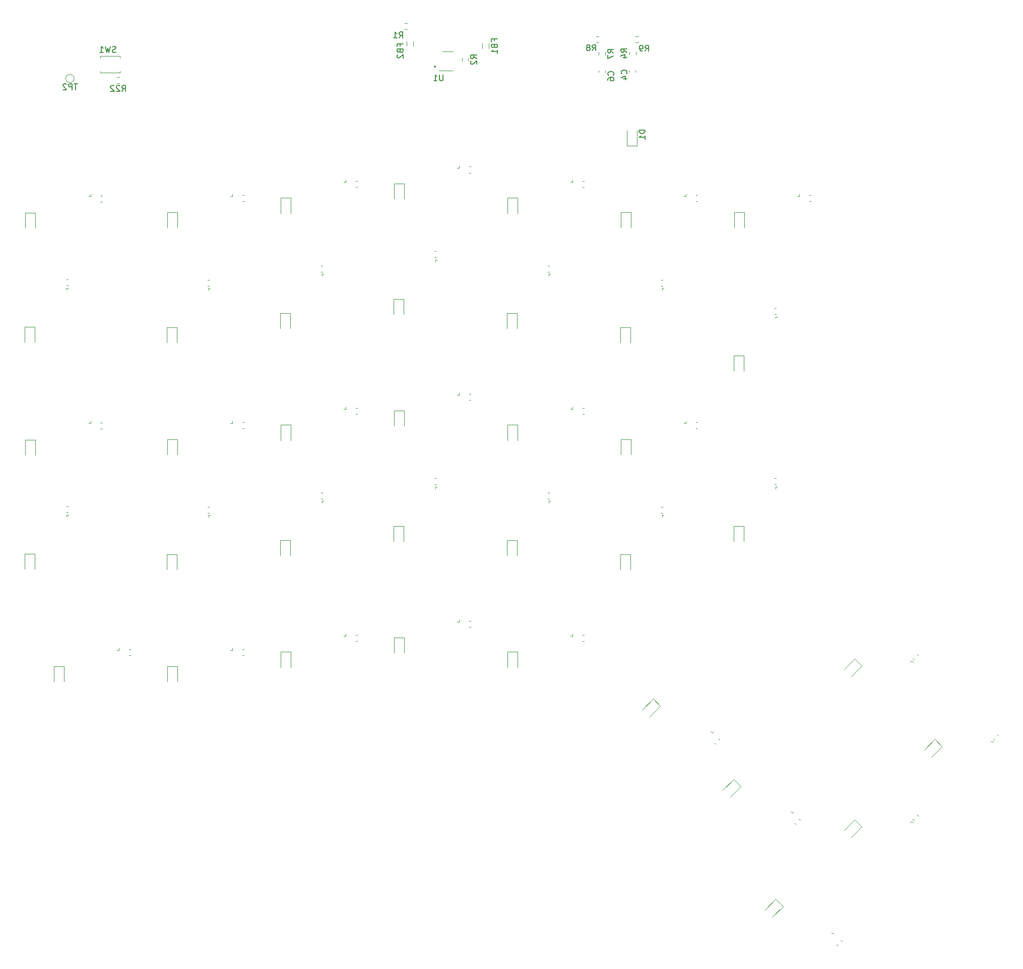
<source format=gbr>
%TF.GenerationSoftware,KiCad,Pcbnew,(5.1.8)-1*%
%TF.CreationDate,2022-07-09T15:07:12+10:00*%
%TF.ProjectId,ergonomic_split_left,6572676f-6e6f-46d6-9963-5f73706c6974,rev?*%
%TF.SameCoordinates,Original*%
%TF.FileFunction,Legend,Bot*%
%TF.FilePolarity,Positive*%
%FSLAX46Y46*%
G04 Gerber Fmt 4.6, Leading zero omitted, Abs format (unit mm)*
G04 Created by KiCad (PCBNEW (5.1.8)-1) date 2022-07-09 15:07:12*
%MOMM*%
%LPD*%
G01*
G04 APERTURE LIST*
%ADD10C,0.200000*%
%ADD11C,0.120000*%
%ADD12C,0.150000*%
G04 APERTURE END LIST*
D10*
X153617600Y-63906400D02*
G75*
G03*
X153617600Y-63906400I-100000J0D01*
G01*
D11*
%TO.C,SW6*%
X102104580Y-161674080D02*
X102385740Y-161674080D01*
X102104580Y-162694080D02*
X102385740Y-162694080D01*
X100421260Y-161846310D02*
X100421260Y-161546310D01*
X100121260Y-161846310D02*
X100421260Y-161846310D01*
X89502880Y-164537260D02*
X89502880Y-167087260D01*
X91202880Y-164537260D02*
X89502880Y-164537260D01*
X91202880Y-164537260D02*
X91202880Y-167087260D01*
%TO.C,D1*%
X185743480Y-77168840D02*
X185743480Y-74618840D01*
X187443480Y-77168840D02*
X187443480Y-74618840D01*
X187443480Y-77168840D02*
X185743480Y-77168840D01*
%TO.C,SW37*%
X210722460Y-134434960D02*
X210722460Y-134734960D01*
X211022460Y-134434960D02*
X210722460Y-134434960D01*
X210593060Y-134047960D02*
X210874220Y-134047960D01*
X210593060Y-133027960D02*
X210874220Y-133027960D01*
X205436840Y-140996540D02*
X205436840Y-143546540D01*
X203736840Y-140996540D02*
X203736840Y-143546540D01*
X205436840Y-140996540D02*
X203736840Y-140996540D01*
%TO.C,SW36*%
X210722460Y-105859960D02*
X210722460Y-106159960D01*
X211022460Y-105859960D02*
X210722460Y-105859960D01*
X210593060Y-105472960D02*
X210874220Y-105472960D01*
X210593060Y-104452960D02*
X210874220Y-104452960D01*
X205436840Y-112421540D02*
X205436840Y-114971540D01*
X203736840Y-112421540D02*
X203736840Y-114971540D01*
X205436840Y-112421540D02*
X203736840Y-112421540D01*
%TO.C,SW24*%
X200050465Y-175706903D02*
X200262597Y-175494771D01*
X199838333Y-175494771D02*
X200050465Y-175706903D01*
X200474256Y-177419423D02*
X200673066Y-177618234D01*
X201195504Y-176698175D02*
X201394315Y-176896985D01*
X191410179Y-171231405D02*
X189607057Y-173034527D01*
X190208097Y-170029323D02*
X188404975Y-171832445D01*
X191410179Y-171231405D02*
X190208097Y-170029323D01*
%TO.C,SW18*%
X213544215Y-189200653D02*
X213756347Y-188988521D01*
X213332083Y-188988521D02*
X213544215Y-189200653D01*
X213968006Y-190913173D02*
X214166816Y-191111984D01*
X214689254Y-190191925D02*
X214888065Y-190390735D01*
X204903929Y-184725155D02*
X203100807Y-186528277D01*
X203701847Y-183523073D02*
X201898725Y-185326195D01*
X204903929Y-184725155D02*
X203701847Y-183523073D01*
%TO.C,SW5*%
X86308300Y-145665060D02*
X84608300Y-145665060D01*
X84608300Y-145665060D02*
X84608300Y-148215060D01*
X86308300Y-145665060D02*
X86308300Y-148215060D01*
X91606760Y-137709180D02*
X91887920Y-137709180D01*
X91606760Y-138729180D02*
X91887920Y-138729180D01*
X91659960Y-139197460D02*
X91659960Y-139497460D01*
X91959960Y-139197460D02*
X91659960Y-139197460D01*
%TO.C,SW4*%
X86359100Y-126538860D02*
X84659100Y-126538860D01*
X84659100Y-126538860D02*
X84659100Y-129088860D01*
X86359100Y-126538860D02*
X86359100Y-129088860D01*
X97321760Y-123713780D02*
X97602920Y-123713780D01*
X97321760Y-124733780D02*
X97602920Y-124733780D01*
X95358760Y-123746310D02*
X95658760Y-123746310D01*
X95658760Y-123746310D02*
X95658760Y-123446310D01*
%TO.C,SW3*%
X86308300Y-107565060D02*
X84608300Y-107565060D01*
X84608300Y-107565060D02*
X84608300Y-110115060D01*
X86308300Y-107565060D02*
X86308300Y-110115060D01*
X91606760Y-99609180D02*
X91887920Y-99609180D01*
X91606760Y-100629180D02*
X91887920Y-100629180D01*
X91659960Y-101097460D02*
X91659960Y-101397460D01*
X91959960Y-101097460D02*
X91659960Y-101097460D01*
%TO.C,SW2*%
X86359100Y-88438860D02*
X84659100Y-88438860D01*
X84659100Y-88438860D02*
X84659100Y-90988860D01*
X86359100Y-88438860D02*
X86359100Y-90988860D01*
X97321760Y-85613780D02*
X97602920Y-85613780D01*
X97321760Y-86633780D02*
X97602920Y-86633780D01*
X95358760Y-85646310D02*
X95658760Y-85646310D01*
X95658760Y-85646310D02*
X95658760Y-85346310D01*
%TO.C,SW39*%
X216404580Y-85474080D02*
X216685740Y-85474080D01*
X216404580Y-86494080D02*
X216685740Y-86494080D01*
X214721260Y-85646310D02*
X214721260Y-85346310D01*
X214421260Y-85646310D02*
X214721260Y-85646310D01*
X203802880Y-88337260D02*
X203802880Y-90887260D01*
X205502880Y-88337260D02*
X203802880Y-88337260D01*
X205502880Y-88337260D02*
X205502880Y-90887260D01*
%TO.C,SW38*%
X238733482Y-177997003D02*
X237531401Y-176794921D01*
X237531401Y-176794921D02*
X235728279Y-178598044D01*
X238733482Y-177997003D02*
X236930360Y-179800125D01*
X248014118Y-176008364D02*
X248212928Y-176207174D01*
X247292869Y-176729613D02*
X247491679Y-176928423D01*
X247322850Y-177306895D02*
X247110718Y-177094763D01*
X247110718Y-177094763D02*
X246898586Y-177306895D01*
%TO.C,SW35*%
X225239732Y-164503253D02*
X224037651Y-163301171D01*
X224037651Y-163301171D02*
X222234529Y-165104294D01*
X225239732Y-164503253D02*
X223436610Y-166306375D01*
X234520368Y-162514614D02*
X234719178Y-162713424D01*
X233799119Y-163235863D02*
X233997929Y-163434673D01*
X233829100Y-163813145D02*
X233616968Y-163601013D01*
X233616968Y-163601013D02*
X233404836Y-163813145D01*
%TO.C,SW34*%
X186386840Y-145759040D02*
X184686840Y-145759040D01*
X184686840Y-145759040D02*
X184686840Y-148309040D01*
X186386840Y-145759040D02*
X186386840Y-148309040D01*
X191543060Y-137790460D02*
X191824220Y-137790460D01*
X191543060Y-138810460D02*
X191824220Y-138810460D01*
X191972460Y-139197460D02*
X191672460Y-139197460D01*
X191672460Y-139197460D02*
X191672460Y-139497460D01*
%TO.C,SW33*%
X197354580Y-123574080D02*
X197635740Y-123574080D01*
X197354580Y-124594080D02*
X197635740Y-124594080D01*
X195671260Y-123746310D02*
X195671260Y-123446310D01*
X195371260Y-123746310D02*
X195671260Y-123746310D01*
X184752880Y-126437260D02*
X184752880Y-128987260D01*
X186452880Y-126437260D02*
X184752880Y-126437260D01*
X186452880Y-126437260D02*
X186452880Y-128987260D01*
%TO.C,SW32*%
X186386840Y-107659040D02*
X184686840Y-107659040D01*
X184686840Y-107659040D02*
X184686840Y-110209040D01*
X186386840Y-107659040D02*
X186386840Y-110209040D01*
X191543060Y-99690460D02*
X191824220Y-99690460D01*
X191543060Y-100710460D02*
X191824220Y-100710460D01*
X191972460Y-101097460D02*
X191672460Y-101097460D01*
X191672460Y-101097460D02*
X191672460Y-101397460D01*
%TO.C,SW31*%
X197350840Y-85470390D02*
X197632000Y-85470390D01*
X197350840Y-86490390D02*
X197632000Y-86490390D01*
X195667520Y-85642620D02*
X195667520Y-85342620D01*
X195367520Y-85642620D02*
X195667520Y-85642620D01*
X184749140Y-88333570D02*
X184749140Y-90883570D01*
X186449140Y-88333570D02*
X184749140Y-88333570D01*
X186449140Y-88333570D02*
X186449140Y-90883570D01*
%TO.C,SW30*%
X225239697Y-191485499D02*
X224037616Y-190283417D01*
X224037616Y-190283417D02*
X222234494Y-192086540D01*
X225239697Y-191485499D02*
X223436575Y-193288621D01*
X234520333Y-189496860D02*
X234719143Y-189695670D01*
X233799084Y-190218109D02*
X233997894Y-190416919D01*
X233829065Y-190795391D02*
X233616933Y-190583259D01*
X233616933Y-190583259D02*
X233404801Y-190795391D01*
%TO.C,SW29*%
X178304580Y-159292830D02*
X178585740Y-159292830D01*
X178304580Y-160312830D02*
X178585740Y-160312830D01*
X176621260Y-159465060D02*
X176621260Y-159165060D01*
X176321260Y-159465060D02*
X176621260Y-159465060D01*
X165702880Y-162156010D02*
X165702880Y-164706010D01*
X167402880Y-162156010D02*
X165702880Y-162156010D01*
X167402880Y-162156010D02*
X167402880Y-164706010D01*
%TO.C,SW28*%
X167336840Y-143377790D02*
X165636840Y-143377790D01*
X165636840Y-143377790D02*
X165636840Y-145927790D01*
X167336840Y-143377790D02*
X167336840Y-145927790D01*
X172493060Y-135409210D02*
X172774220Y-135409210D01*
X172493060Y-136429210D02*
X172774220Y-136429210D01*
X172922460Y-136816210D02*
X172622460Y-136816210D01*
X172622460Y-136816210D02*
X172622460Y-137116210D01*
%TO.C,SW27*%
X178304580Y-121192830D02*
X178585740Y-121192830D01*
X178304580Y-122212830D02*
X178585740Y-122212830D01*
X176621260Y-121365060D02*
X176621260Y-121065060D01*
X176321260Y-121365060D02*
X176621260Y-121365060D01*
X165702880Y-124056010D02*
X165702880Y-126606010D01*
X167402880Y-124056010D02*
X165702880Y-124056010D01*
X167402880Y-124056010D02*
X167402880Y-126606010D01*
%TO.C,SW26*%
X167336840Y-105277790D02*
X165636840Y-105277790D01*
X165636840Y-105277790D02*
X165636840Y-107827790D01*
X167336840Y-105277790D02*
X167336840Y-107827790D01*
X172493060Y-97309210D02*
X172774220Y-97309210D01*
X172493060Y-98329210D02*
X172774220Y-98329210D01*
X172922460Y-98716210D02*
X172622460Y-98716210D01*
X172622460Y-98716210D02*
X172622460Y-99016210D01*
%TO.C,SW25*%
X178304580Y-83092830D02*
X178585740Y-83092830D01*
X178304580Y-84112830D02*
X178585740Y-84112830D01*
X176621260Y-83265060D02*
X176621260Y-82965060D01*
X176321260Y-83265060D02*
X176621260Y-83265060D01*
X165702880Y-85956010D02*
X165702880Y-88506010D01*
X167402880Y-85956010D02*
X165702880Y-85956010D01*
X167402880Y-85956010D02*
X167402880Y-88506010D01*
%TO.C,SW23*%
X159250840Y-156911580D02*
X159532000Y-156911580D01*
X159250840Y-157931580D02*
X159532000Y-157931580D01*
X157567520Y-157083810D02*
X157567520Y-156783810D01*
X157267520Y-157083810D02*
X157567520Y-157083810D01*
X146649140Y-159774760D02*
X146649140Y-162324760D01*
X148349140Y-159774760D02*
X146649140Y-159774760D01*
X148349140Y-159774760D02*
X148349140Y-162324760D01*
%TO.C,SW22*%
X148286840Y-140996540D02*
X146586840Y-140996540D01*
X146586840Y-140996540D02*
X146586840Y-143546540D01*
X148286840Y-140996540D02*
X148286840Y-143546540D01*
X153443060Y-133027960D02*
X153724220Y-133027960D01*
X153443060Y-134047960D02*
X153724220Y-134047960D01*
X153872460Y-134434960D02*
X153572460Y-134434960D01*
X153572460Y-134434960D02*
X153572460Y-134734960D01*
%TO.C,SW21*%
X159254580Y-118811580D02*
X159535740Y-118811580D01*
X159254580Y-119831580D02*
X159535740Y-119831580D01*
X157571260Y-118983810D02*
X157571260Y-118683810D01*
X157271260Y-118983810D02*
X157571260Y-118983810D01*
X146652880Y-121674760D02*
X146652880Y-124224760D01*
X148352880Y-121674760D02*
X146652880Y-121674760D01*
X148352880Y-121674760D02*
X148352880Y-124224760D01*
%TO.C,SW20*%
X148286840Y-102896540D02*
X146586840Y-102896540D01*
X146586840Y-102896540D02*
X146586840Y-105446540D01*
X148286840Y-102896540D02*
X148286840Y-105446540D01*
X153443060Y-94927960D02*
X153724220Y-94927960D01*
X153443060Y-95947960D02*
X153724220Y-95947960D01*
X153872460Y-96334960D02*
X153572460Y-96334960D01*
X153572460Y-96334960D02*
X153572460Y-96634960D01*
%TO.C,SW19*%
X159254580Y-80707890D02*
X159535740Y-80707890D01*
X159254580Y-81727890D02*
X159535740Y-81727890D01*
X157571260Y-80880120D02*
X157571260Y-80580120D01*
X157271260Y-80880120D02*
X157571260Y-80880120D01*
X146652880Y-83571070D02*
X146652880Y-86121070D01*
X148352880Y-83571070D02*
X146652880Y-83571070D01*
X148352880Y-83571070D02*
X148352880Y-86121070D01*
%TO.C,SW17*%
X140204580Y-159292830D02*
X140485740Y-159292830D01*
X140204580Y-160312830D02*
X140485740Y-160312830D01*
X138521260Y-159465060D02*
X138521260Y-159165060D01*
X138221260Y-159465060D02*
X138521260Y-159465060D01*
X127602880Y-162156010D02*
X127602880Y-164706010D01*
X129302880Y-162156010D02*
X127602880Y-162156010D01*
X129302880Y-162156010D02*
X129302880Y-164706010D01*
%TO.C,SW16*%
X129236840Y-143377790D02*
X127536840Y-143377790D01*
X127536840Y-143377790D02*
X127536840Y-145927790D01*
X129236840Y-143377790D02*
X129236840Y-145927790D01*
X134393060Y-135409210D02*
X134674220Y-135409210D01*
X134393060Y-136429210D02*
X134674220Y-136429210D01*
X134822460Y-136816210D02*
X134522460Y-136816210D01*
X134522460Y-136816210D02*
X134522460Y-137116210D01*
%TO.C,SW15*%
X140204580Y-121192830D02*
X140485740Y-121192830D01*
X140204580Y-122212830D02*
X140485740Y-122212830D01*
X138521260Y-121365060D02*
X138521260Y-121065060D01*
X138221260Y-121365060D02*
X138521260Y-121365060D01*
X127602880Y-124056010D02*
X127602880Y-126606010D01*
X129302880Y-124056010D02*
X127602880Y-124056010D01*
X129302880Y-124056010D02*
X129302880Y-126606010D01*
%TO.C,SW14*%
X129233100Y-105274100D02*
X127533100Y-105274100D01*
X127533100Y-105274100D02*
X127533100Y-107824100D01*
X129233100Y-105274100D02*
X129233100Y-107824100D01*
X134389320Y-97305520D02*
X134670480Y-97305520D01*
X134389320Y-98325520D02*
X134670480Y-98325520D01*
X134818720Y-98712520D02*
X134518720Y-98712520D01*
X134518720Y-98712520D02*
X134518720Y-99012520D01*
%TO.C,SW13*%
X140204580Y-83092830D02*
X140485740Y-83092830D01*
X140204580Y-84112830D02*
X140485740Y-84112830D01*
X138521260Y-83265060D02*
X138521260Y-82965060D01*
X138221260Y-83265060D02*
X138521260Y-83265060D01*
X127602880Y-85956010D02*
X127602880Y-88506010D01*
X129302880Y-85956010D02*
X127602880Y-85956010D01*
X129302880Y-85956010D02*
X129302880Y-88506010D01*
%TO.C,SW12*%
X221718062Y-210517861D02*
X221916872Y-210716671D01*
X220996813Y-211239110D02*
X221195623Y-211437920D01*
X220405990Y-209449359D02*
X220618122Y-209237227D01*
X220193858Y-209237227D02*
X220405990Y-209449359D01*
X210782741Y-203631687D02*
X208979618Y-205434809D01*
X211984822Y-204833769D02*
X210782741Y-203631687D01*
X211984822Y-204833769D02*
X210181700Y-206636891D01*
%TO.C,SW11*%
X121154580Y-161674080D02*
X121435740Y-161674080D01*
X121154580Y-162694080D02*
X121435740Y-162694080D01*
X119471260Y-161846310D02*
X119471260Y-161546310D01*
X119171260Y-161846310D02*
X119471260Y-161846310D01*
X108552880Y-164537260D02*
X108552880Y-167087260D01*
X110252880Y-164537260D02*
X108552880Y-164537260D01*
X110252880Y-164537260D02*
X110252880Y-167087260D01*
%TO.C,SW10*%
X110186840Y-145759040D02*
X108486840Y-145759040D01*
X108486840Y-145759040D02*
X108486840Y-148309040D01*
X110186840Y-145759040D02*
X110186840Y-148309040D01*
X115343060Y-137790460D02*
X115624220Y-137790460D01*
X115343060Y-138810460D02*
X115624220Y-138810460D01*
X115772460Y-139197460D02*
X115472460Y-139197460D01*
X115472460Y-139197460D02*
X115472460Y-139497460D01*
%TO.C,SW9*%
X121154580Y-123574080D02*
X121435740Y-123574080D01*
X121154580Y-124594080D02*
X121435740Y-124594080D01*
X119471260Y-123746310D02*
X119471260Y-123446310D01*
X119171260Y-123746310D02*
X119471260Y-123746310D01*
X108552880Y-126437260D02*
X108552880Y-128987260D01*
X110252880Y-126437260D02*
X108552880Y-126437260D01*
X110252880Y-126437260D02*
X110252880Y-128987260D01*
%TO.C,SW8*%
X110186840Y-107659040D02*
X108486840Y-107659040D01*
X108486840Y-107659040D02*
X108486840Y-110209040D01*
X110186840Y-107659040D02*
X110186840Y-110209040D01*
X115343060Y-99690460D02*
X115624220Y-99690460D01*
X115343060Y-100710460D02*
X115624220Y-100710460D01*
X115772460Y-101097460D02*
X115472460Y-101097460D01*
X115472460Y-101097460D02*
X115472460Y-101397460D01*
%TO.C,SW7*%
X121154580Y-85474080D02*
X121435740Y-85474080D01*
X121154580Y-86494080D02*
X121435740Y-86494080D01*
X119471260Y-85646310D02*
X119471260Y-85346310D01*
X119171260Y-85646310D02*
X119471260Y-85646310D01*
X108552880Y-88337260D02*
X108552880Y-90887260D01*
X110252880Y-88337260D02*
X108552880Y-88337260D01*
X110252880Y-88337260D02*
X110252880Y-90887260D01*
%TO.C,R9*%
X187242182Y-58814440D02*
X187716698Y-58814440D01*
X187242182Y-59859440D02*
X187716698Y-59859440D01*
%TO.C,R8*%
X181057818Y-59872140D02*
X180583302Y-59872140D01*
X181057818Y-58827140D02*
X180583302Y-58827140D01*
%TO.C,R7*%
X182111441Y-61439522D02*
X182111441Y-61914038D01*
X181066441Y-61439522D02*
X181066441Y-61914038D01*
%TO.C,R4*%
X187263300Y-61423282D02*
X187263300Y-61897798D01*
X186218300Y-61423282D02*
X186218300Y-61897798D01*
%TO.C,C6*%
X182098941Y-64573840D02*
X182098941Y-64855000D01*
X181078941Y-64573840D02*
X181078941Y-64855000D01*
%TO.C,C4*%
X187258420Y-64589080D02*
X187258420Y-64870240D01*
X186238420Y-64589080D02*
X186238420Y-64870240D01*
%TO.C,FB1*%
X161451360Y-60849862D02*
X161451360Y-60050618D01*
X162571360Y-60849862D02*
X162571360Y-60050618D01*
%TO.C,FB2*%
X149909460Y-60463002D02*
X149909460Y-59663758D01*
X148789460Y-60463002D02*
X148789460Y-59663758D01*
%TO.C,R1*%
X148403542Y-57662340D02*
X148878058Y-57662340D01*
X148403542Y-56617340D02*
X148878058Y-56617340D01*
%TO.C,R2*%
X158105580Y-62967138D02*
X158105580Y-62492622D01*
X159150580Y-62967138D02*
X159150580Y-62492622D01*
%TO.C,R22*%
X100055142Y-66697120D02*
X100529658Y-66697120D01*
X100055142Y-65652120D02*
X100529658Y-65652120D01*
%TO.C,SW1*%
X100623640Y-64630480D02*
X100623640Y-64930480D01*
X97323640Y-64930480D02*
X97323640Y-64630480D01*
X100623640Y-64930480D02*
X97323640Y-64930480D01*
X100623640Y-62130480D02*
X97323640Y-62130480D01*
X100623640Y-62430480D02*
X100623640Y-62130480D01*
X97323640Y-62130480D02*
X97323640Y-62430480D01*
%TO.C,TP2*%
X92904540Y-65885060D02*
G75*
G03*
X92904540Y-65885060I-700000J0D01*
G01*
%TO.C,U1*%
X156606900Y-64548700D02*
X154156900Y-64548700D01*
X154806900Y-61328700D02*
X156606900Y-61328700D01*
%TO.C,D1*%
D12*
X188818780Y-74552284D02*
X187818780Y-74552284D01*
X187818780Y-74790380D01*
X187866400Y-74933237D01*
X187961638Y-75028475D01*
X188056876Y-75076094D01*
X188247352Y-75123713D01*
X188390209Y-75123713D01*
X188580685Y-75076094D01*
X188675923Y-75028475D01*
X188771161Y-74933237D01*
X188818780Y-74790380D01*
X188818780Y-74552284D01*
X188818780Y-76076094D02*
X188818780Y-75504665D01*
X188818780Y-75790380D02*
X187818780Y-75790380D01*
X187961638Y-75695141D01*
X188056876Y-75599903D01*
X188104495Y-75504665D01*
%TO.C,R9*%
X188863266Y-61310780D02*
X189196600Y-60834590D01*
X189434695Y-61310780D02*
X189434695Y-60310780D01*
X189053742Y-60310780D01*
X188958504Y-60358400D01*
X188910885Y-60406019D01*
X188863266Y-60501257D01*
X188863266Y-60644114D01*
X188910885Y-60739352D01*
X188958504Y-60786971D01*
X189053742Y-60834590D01*
X189434695Y-60834590D01*
X188387076Y-61310780D02*
X188196600Y-61310780D01*
X188101361Y-61263161D01*
X188053742Y-61215542D01*
X187958504Y-61072685D01*
X187910885Y-60882209D01*
X187910885Y-60501257D01*
X187958504Y-60406019D01*
X188006123Y-60358400D01*
X188101361Y-60310780D01*
X188291838Y-60310780D01*
X188387076Y-60358400D01*
X188434695Y-60406019D01*
X188482314Y-60501257D01*
X188482314Y-60739352D01*
X188434695Y-60834590D01*
X188387076Y-60882209D01*
X188291838Y-60929828D01*
X188101361Y-60929828D01*
X188006123Y-60882209D01*
X187958504Y-60834590D01*
X187910885Y-60739352D01*
%TO.C,R8*%
X179973266Y-61234580D02*
X180306600Y-60758390D01*
X180544695Y-61234580D02*
X180544695Y-60234580D01*
X180163742Y-60234580D01*
X180068504Y-60282200D01*
X180020885Y-60329819D01*
X179973266Y-60425057D01*
X179973266Y-60567914D01*
X180020885Y-60663152D01*
X180068504Y-60710771D01*
X180163742Y-60758390D01*
X180544695Y-60758390D01*
X179401838Y-60663152D02*
X179497076Y-60615533D01*
X179544695Y-60567914D01*
X179592314Y-60472676D01*
X179592314Y-60425057D01*
X179544695Y-60329819D01*
X179497076Y-60282200D01*
X179401838Y-60234580D01*
X179211361Y-60234580D01*
X179116123Y-60282200D01*
X179068504Y-60329819D01*
X179020885Y-60425057D01*
X179020885Y-60472676D01*
X179068504Y-60567914D01*
X179116123Y-60615533D01*
X179211361Y-60663152D01*
X179401838Y-60663152D01*
X179497076Y-60710771D01*
X179544695Y-60758390D01*
X179592314Y-60853628D01*
X179592314Y-61044104D01*
X179544695Y-61139342D01*
X179497076Y-61186961D01*
X179401838Y-61234580D01*
X179211361Y-61234580D01*
X179116123Y-61186961D01*
X179068504Y-61139342D01*
X179020885Y-61044104D01*
X179020885Y-60853628D01*
X179068504Y-60758390D01*
X179116123Y-60710771D01*
X179211361Y-60663152D01*
%TO.C,R7*%
X183535580Y-61580733D02*
X183059390Y-61247400D01*
X183535580Y-61009304D02*
X182535580Y-61009304D01*
X182535580Y-61390257D01*
X182583200Y-61485495D01*
X182630819Y-61533114D01*
X182726057Y-61580733D01*
X182868914Y-61580733D01*
X182964152Y-61533114D01*
X183011771Y-61485495D01*
X183059390Y-61390257D01*
X183059390Y-61009304D01*
X182535580Y-61914066D02*
X182535580Y-62580733D01*
X183535580Y-62152161D01*
%TO.C,R4*%
X185763180Y-61493873D02*
X185286990Y-61160540D01*
X185763180Y-60922444D02*
X184763180Y-60922444D01*
X184763180Y-61303397D01*
X184810800Y-61398635D01*
X184858419Y-61446254D01*
X184953657Y-61493873D01*
X185096514Y-61493873D01*
X185191752Y-61446254D01*
X185239371Y-61398635D01*
X185286990Y-61303397D01*
X185286990Y-60922444D01*
X185096514Y-62351016D02*
X185763180Y-62351016D01*
X184715561Y-62112920D02*
X185429847Y-61874825D01*
X185429847Y-62493873D01*
%TO.C,C6*%
X183491142Y-65339933D02*
X183538761Y-65292314D01*
X183586380Y-65149457D01*
X183586380Y-65054219D01*
X183538761Y-64911361D01*
X183443523Y-64816123D01*
X183348285Y-64768504D01*
X183157809Y-64720885D01*
X183014952Y-64720885D01*
X182824476Y-64768504D01*
X182729238Y-64816123D01*
X182634000Y-64911361D01*
X182586380Y-65054219D01*
X182586380Y-65149457D01*
X182634000Y-65292314D01*
X182681619Y-65339933D01*
X182586380Y-66197076D02*
X182586380Y-66006600D01*
X182634000Y-65911361D01*
X182681619Y-65863742D01*
X182824476Y-65768504D01*
X183014952Y-65720885D01*
X183395904Y-65720885D01*
X183491142Y-65768504D01*
X183538761Y-65816123D01*
X183586380Y-65911361D01*
X183586380Y-66101838D01*
X183538761Y-66197076D01*
X183491142Y-66244695D01*
X183395904Y-66292314D01*
X183157809Y-66292314D01*
X183062571Y-66244695D01*
X183014952Y-66197076D01*
X182967333Y-66101838D01*
X182967333Y-65911361D01*
X183014952Y-65816123D01*
X183062571Y-65768504D01*
X183157809Y-65720885D01*
%TO.C,C4*%
X185726342Y-65111333D02*
X185773961Y-65063714D01*
X185821580Y-64920857D01*
X185821580Y-64825619D01*
X185773961Y-64682761D01*
X185678723Y-64587523D01*
X185583485Y-64539904D01*
X185393009Y-64492285D01*
X185250152Y-64492285D01*
X185059676Y-64539904D01*
X184964438Y-64587523D01*
X184869200Y-64682761D01*
X184821580Y-64825619D01*
X184821580Y-64920857D01*
X184869200Y-65063714D01*
X184916819Y-65111333D01*
X185154914Y-65968476D02*
X185821580Y-65968476D01*
X184773961Y-65730380D02*
X185488247Y-65492285D01*
X185488247Y-66111333D01*
%TO.C,FB1*%
X163489931Y-59616906D02*
X163489931Y-59283573D01*
X164013740Y-59283573D02*
X163013740Y-59283573D01*
X163013740Y-59759763D01*
X163489931Y-60474049D02*
X163537550Y-60616906D01*
X163585169Y-60664525D01*
X163680407Y-60712144D01*
X163823264Y-60712144D01*
X163918502Y-60664525D01*
X163966121Y-60616906D01*
X164013740Y-60521668D01*
X164013740Y-60140716D01*
X163013740Y-60140716D01*
X163013740Y-60474049D01*
X163061360Y-60569287D01*
X163108979Y-60616906D01*
X163204217Y-60664525D01*
X163299455Y-60664525D01*
X163394693Y-60616906D01*
X163442312Y-60569287D01*
X163489931Y-60474049D01*
X163489931Y-60140716D01*
X164013740Y-61664525D02*
X164013740Y-61093097D01*
X164013740Y-61378811D02*
X163013740Y-61378811D01*
X163156598Y-61283573D01*
X163251836Y-61188335D01*
X163299455Y-61093097D01*
%TO.C,FB2*%
X147654971Y-60406066D02*
X147654971Y-60072733D01*
X148178780Y-60072733D02*
X147178780Y-60072733D01*
X147178780Y-60548923D01*
X147654971Y-61263209D02*
X147702590Y-61406066D01*
X147750209Y-61453685D01*
X147845447Y-61501304D01*
X147988304Y-61501304D01*
X148083542Y-61453685D01*
X148131161Y-61406066D01*
X148178780Y-61310828D01*
X148178780Y-60929876D01*
X147178780Y-60929876D01*
X147178780Y-61263209D01*
X147226400Y-61358447D01*
X147274019Y-61406066D01*
X147369257Y-61453685D01*
X147464495Y-61453685D01*
X147559733Y-61406066D01*
X147607352Y-61358447D01*
X147654971Y-61263209D01*
X147654971Y-60929876D01*
X147274019Y-61882257D02*
X147226400Y-61929876D01*
X147178780Y-62025114D01*
X147178780Y-62263209D01*
X147226400Y-62358447D01*
X147274019Y-62406066D01*
X147369257Y-62453685D01*
X147464495Y-62453685D01*
X147607352Y-62406066D01*
X148178780Y-61834638D01*
X148178780Y-62453685D01*
%TO.C,R1*%
X147512066Y-59100980D02*
X147845400Y-58624790D01*
X148083495Y-59100980D02*
X148083495Y-58100980D01*
X147702542Y-58100980D01*
X147607304Y-58148600D01*
X147559685Y-58196219D01*
X147512066Y-58291457D01*
X147512066Y-58434314D01*
X147559685Y-58529552D01*
X147607304Y-58577171D01*
X147702542Y-58624790D01*
X148083495Y-58624790D01*
X146559685Y-59100980D02*
X147131114Y-59100980D01*
X146845400Y-59100980D02*
X146845400Y-58100980D01*
X146940638Y-58243838D01*
X147035876Y-58339076D01*
X147131114Y-58386695D01*
%TO.C,R2*%
X160510460Y-62563213D02*
X160034270Y-62229880D01*
X160510460Y-61991784D02*
X159510460Y-61991784D01*
X159510460Y-62372737D01*
X159558080Y-62467975D01*
X159605699Y-62515594D01*
X159700937Y-62563213D01*
X159843794Y-62563213D01*
X159939032Y-62515594D01*
X159986651Y-62467975D01*
X160034270Y-62372737D01*
X160034270Y-61991784D01*
X159605699Y-62944165D02*
X159558080Y-62991784D01*
X159510460Y-63087022D01*
X159510460Y-63325118D01*
X159558080Y-63420356D01*
X159605699Y-63467975D01*
X159700937Y-63515594D01*
X159796175Y-63515594D01*
X159939032Y-63467975D01*
X160510460Y-62896546D01*
X160510460Y-63515594D01*
%TO.C,R22*%
X100935257Y-68057000D02*
X101268590Y-67580810D01*
X101506685Y-68057000D02*
X101506685Y-67057000D01*
X101125733Y-67057000D01*
X101030495Y-67104620D01*
X100982876Y-67152239D01*
X100935257Y-67247477D01*
X100935257Y-67390334D01*
X100982876Y-67485572D01*
X101030495Y-67533191D01*
X101125733Y-67580810D01*
X101506685Y-67580810D01*
X100554304Y-67152239D02*
X100506685Y-67104620D01*
X100411447Y-67057000D01*
X100173352Y-67057000D01*
X100078114Y-67104620D01*
X100030495Y-67152239D01*
X99982876Y-67247477D01*
X99982876Y-67342715D01*
X100030495Y-67485572D01*
X100601923Y-68057000D01*
X99982876Y-68057000D01*
X99601923Y-67152239D02*
X99554304Y-67104620D01*
X99459066Y-67057000D01*
X99220971Y-67057000D01*
X99125733Y-67104620D01*
X99078114Y-67152239D01*
X99030495Y-67247477D01*
X99030495Y-67342715D01*
X99078114Y-67485572D01*
X99649542Y-68057000D01*
X99030495Y-68057000D01*
%TO.C,SW1*%
X99895493Y-61466361D02*
X99752636Y-61513980D01*
X99514540Y-61513980D01*
X99419302Y-61466361D01*
X99371683Y-61418742D01*
X99324064Y-61323504D01*
X99324064Y-61228266D01*
X99371683Y-61133028D01*
X99419302Y-61085409D01*
X99514540Y-61037790D01*
X99705017Y-60990171D01*
X99800255Y-60942552D01*
X99847874Y-60894933D01*
X99895493Y-60799695D01*
X99895493Y-60704457D01*
X99847874Y-60609219D01*
X99800255Y-60561600D01*
X99705017Y-60513980D01*
X99466921Y-60513980D01*
X99324064Y-60561600D01*
X98990731Y-60513980D02*
X98752636Y-61513980D01*
X98562160Y-60799695D01*
X98371683Y-61513980D01*
X98133588Y-60513980D01*
X97228826Y-61513980D02*
X97800255Y-61513980D01*
X97514540Y-61513980D02*
X97514540Y-60513980D01*
X97609779Y-60656838D01*
X97705017Y-60752076D01*
X97800255Y-60799695D01*
%TO.C,TP2*%
X93466444Y-66785440D02*
X92895016Y-66785440D01*
X93180730Y-67785440D02*
X93180730Y-66785440D01*
X92561682Y-67785440D02*
X92561682Y-66785440D01*
X92180730Y-66785440D01*
X92085492Y-66833060D01*
X92037873Y-66880679D01*
X91990254Y-66975917D01*
X91990254Y-67118774D01*
X92037873Y-67214012D01*
X92085492Y-67261631D01*
X92180730Y-67309250D01*
X92561682Y-67309250D01*
X91609301Y-66880679D02*
X91561682Y-66833060D01*
X91466444Y-66785440D01*
X91228349Y-66785440D01*
X91133111Y-66833060D01*
X91085492Y-66880679D01*
X91037873Y-66975917D01*
X91037873Y-67071155D01*
X91085492Y-67214012D01*
X91656920Y-67785440D01*
X91037873Y-67785440D01*
%TO.C,U1*%
X154889104Y-65263780D02*
X154889104Y-66073304D01*
X154841485Y-66168542D01*
X154793866Y-66216161D01*
X154698628Y-66263780D01*
X154508152Y-66263780D01*
X154412914Y-66216161D01*
X154365295Y-66168542D01*
X154317676Y-66073304D01*
X154317676Y-65263780D01*
X153317676Y-66263780D02*
X153889104Y-66263780D01*
X153603390Y-66263780D02*
X153603390Y-65263780D01*
X153698628Y-65406638D01*
X153793866Y-65501876D01*
X153889104Y-65549495D01*
%TD*%
M02*

</source>
